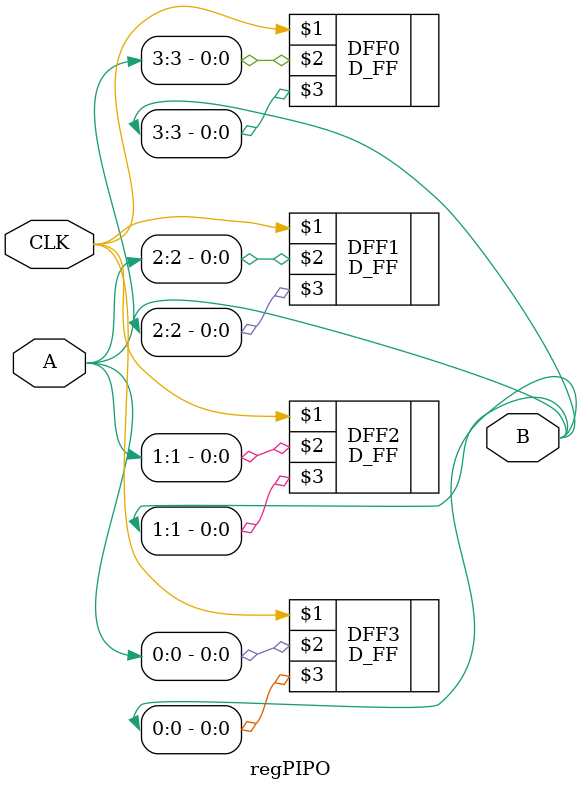
<source format=v>
module regPIPO(B,A,CLK);
	output [3:0] B;
	input [3:0] A;
	input CLK;
	D_FF DFF0(CLK,A[3],B[3]);
	D_FF DFF1(CLK,A[2],B[2]);
	D_FF DFF2(CLK,A[1],B[1]);
	D_FF DFF3(CLK,A[0],B[0]);
endmodule 
</source>
